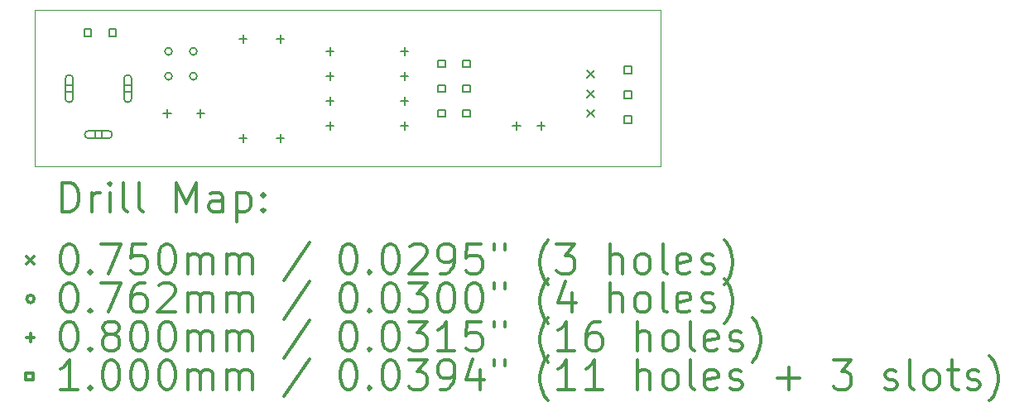
<source format=gbr>
%FSLAX45Y45*%
G04 Gerber Fmt 4.5, Leading zero omitted, Abs format (unit mm)*
G04 Created by KiCad (PCBNEW 5.99.0+really5.1.10+dfsg1-1) date 2022-02-16 19:47:37*
%MOMM*%
%LPD*%
G01*
G04 APERTURE LIST*
%TA.AperFunction,Profile*%
%ADD10C,0.050000*%
%TD*%
%ADD11C,0.200000*%
%ADD12C,0.300000*%
G04 APERTURE END LIST*
D10*
X7900000Y-10600000D02*
X7900000Y-9000000D01*
X14300000Y-10600000D02*
X7900000Y-10600000D01*
X14300000Y-9000000D02*
X14300000Y-10600000D01*
X7900000Y-9000000D02*
X14300000Y-9000000D01*
D11*
X13551500Y-9622500D02*
X13626500Y-9697500D01*
X13626500Y-9622500D02*
X13551500Y-9697500D01*
X13551500Y-9822500D02*
X13626500Y-9897500D01*
X13626500Y-9822500D02*
X13551500Y-9897500D01*
X13551500Y-10022500D02*
X13626500Y-10097500D01*
X13626500Y-10022500D02*
X13551500Y-10097500D01*
X9309100Y-9425000D02*
G75*
G03*
X9309100Y-9425000I-38100J0D01*
G01*
X9309100Y-9679000D02*
G75*
G03*
X9309100Y-9679000I-38100J0D01*
G01*
X9563100Y-9425000D02*
G75*
G03*
X9563100Y-9425000I-38100J0D01*
G01*
X9563100Y-9679000D02*
G75*
G03*
X9563100Y-9679000I-38100J0D01*
G01*
X9259500Y-10020000D02*
X9259500Y-10100000D01*
X9219500Y-10060000D02*
X9299500Y-10060000D01*
X9599500Y-10020000D02*
X9599500Y-10100000D01*
X9559500Y-10060000D02*
X9639500Y-10060000D01*
X10033000Y-9258000D02*
X10033000Y-9338000D01*
X9993000Y-9298000D02*
X10073000Y-9298000D01*
X10033000Y-10274000D02*
X10033000Y-10354000D01*
X9993000Y-10314000D02*
X10073000Y-10314000D01*
X10414000Y-9258000D02*
X10414000Y-9338000D01*
X10374000Y-9298000D02*
X10454000Y-9298000D01*
X10414000Y-10274000D02*
X10414000Y-10354000D01*
X10374000Y-10314000D02*
X10454000Y-10314000D01*
X10922000Y-9385000D02*
X10922000Y-9465000D01*
X10882000Y-9425000D02*
X10962000Y-9425000D01*
X10922000Y-9639000D02*
X10922000Y-9719000D01*
X10882000Y-9679000D02*
X10962000Y-9679000D01*
X10922000Y-9893000D02*
X10922000Y-9973000D01*
X10882000Y-9933000D02*
X10962000Y-9933000D01*
X10922000Y-10147000D02*
X10922000Y-10227000D01*
X10882000Y-10187000D02*
X10962000Y-10187000D01*
X11684000Y-9385000D02*
X11684000Y-9465000D01*
X11644000Y-9425000D02*
X11724000Y-9425000D01*
X11684000Y-9639000D02*
X11684000Y-9719000D01*
X11644000Y-9679000D02*
X11724000Y-9679000D01*
X11684000Y-9893000D02*
X11684000Y-9973000D01*
X11644000Y-9933000D02*
X11724000Y-9933000D01*
X11684000Y-10147000D02*
X11684000Y-10227000D01*
X11644000Y-10187000D02*
X11724000Y-10187000D01*
X12831000Y-10147000D02*
X12831000Y-10227000D01*
X12791000Y-10187000D02*
X12871000Y-10187000D01*
X13081000Y-10147000D02*
X13081000Y-10227000D01*
X13041000Y-10187000D02*
X13121000Y-10187000D01*
X8290356Y-9841356D02*
X8290356Y-9770644D01*
X8219644Y-9770644D01*
X8219644Y-9841356D01*
X8290356Y-9841356D01*
X8215000Y-9706000D02*
X8215000Y-9906000D01*
X8295000Y-9706000D02*
X8295000Y-9906000D01*
X8215000Y-9906000D02*
G75*
G03*
X8295000Y-9906000I40000J0D01*
G01*
X8295000Y-9706000D02*
G75*
G03*
X8215000Y-9706000I-40000J0D01*
G01*
X8480856Y-9269856D02*
X8480856Y-9199144D01*
X8410144Y-9199144D01*
X8410144Y-9269856D01*
X8480856Y-9269856D01*
X8590356Y-10311356D02*
X8590356Y-10240644D01*
X8519644Y-10240644D01*
X8519644Y-10311356D01*
X8590356Y-10311356D01*
X8455000Y-10316000D02*
X8655000Y-10316000D01*
X8455000Y-10236000D02*
X8655000Y-10236000D01*
X8655000Y-10316000D02*
G75*
G03*
X8655000Y-10236000I0J40000D01*
G01*
X8455000Y-10236000D02*
G75*
G03*
X8455000Y-10316000I0J-40000D01*
G01*
X8734856Y-9269856D02*
X8734856Y-9199144D01*
X8664144Y-9199144D01*
X8664144Y-9269856D01*
X8734856Y-9269856D01*
X8890356Y-9841356D02*
X8890356Y-9770644D01*
X8819644Y-9770644D01*
X8819644Y-9841356D01*
X8890356Y-9841356D01*
X8815000Y-9706000D02*
X8815000Y-9906000D01*
X8895000Y-9706000D02*
X8895000Y-9906000D01*
X8815000Y-9906000D02*
G75*
G03*
X8895000Y-9906000I40000J0D01*
G01*
X8895000Y-9706000D02*
G75*
G03*
X8815000Y-9706000I-40000J0D01*
G01*
X12100356Y-9587356D02*
X12100356Y-9516644D01*
X12029644Y-9516644D01*
X12029644Y-9587356D01*
X12100356Y-9587356D01*
X12100356Y-9841356D02*
X12100356Y-9770644D01*
X12029644Y-9770644D01*
X12029644Y-9841356D01*
X12100356Y-9841356D01*
X12100356Y-10095356D02*
X12100356Y-10024644D01*
X12029644Y-10024644D01*
X12029644Y-10095356D01*
X12100356Y-10095356D01*
X12354356Y-9587356D02*
X12354356Y-9516644D01*
X12283644Y-9516644D01*
X12283644Y-9587356D01*
X12354356Y-9587356D01*
X12354356Y-9841356D02*
X12354356Y-9770644D01*
X12283644Y-9770644D01*
X12283644Y-9841356D01*
X12354356Y-9841356D01*
X12354356Y-10095356D02*
X12354356Y-10024644D01*
X12283644Y-10024644D01*
X12283644Y-10095356D01*
X12354356Y-10095356D01*
X14005356Y-9650856D02*
X14005356Y-9580144D01*
X13934644Y-9580144D01*
X13934644Y-9650856D01*
X14005356Y-9650856D01*
X14005356Y-9904856D02*
X14005356Y-9834144D01*
X13934644Y-9834144D01*
X13934644Y-9904856D01*
X14005356Y-9904856D01*
X14005356Y-10158856D02*
X14005356Y-10088144D01*
X13934644Y-10088144D01*
X13934644Y-10158856D01*
X14005356Y-10158856D01*
D12*
X8183928Y-11068214D02*
X8183928Y-10768214D01*
X8255357Y-10768214D01*
X8298214Y-10782500D01*
X8326786Y-10811072D01*
X8341071Y-10839643D01*
X8355357Y-10896786D01*
X8355357Y-10939643D01*
X8341071Y-10996786D01*
X8326786Y-11025357D01*
X8298214Y-11053929D01*
X8255357Y-11068214D01*
X8183928Y-11068214D01*
X8483928Y-11068214D02*
X8483928Y-10868214D01*
X8483928Y-10925357D02*
X8498214Y-10896786D01*
X8512500Y-10882500D01*
X8541071Y-10868214D01*
X8569643Y-10868214D01*
X8669643Y-11068214D02*
X8669643Y-10868214D01*
X8669643Y-10768214D02*
X8655357Y-10782500D01*
X8669643Y-10796786D01*
X8683928Y-10782500D01*
X8669643Y-10768214D01*
X8669643Y-10796786D01*
X8855357Y-11068214D02*
X8826786Y-11053929D01*
X8812500Y-11025357D01*
X8812500Y-10768214D01*
X9012500Y-11068214D02*
X8983928Y-11053929D01*
X8969643Y-11025357D01*
X8969643Y-10768214D01*
X9355357Y-11068214D02*
X9355357Y-10768214D01*
X9455357Y-10982500D01*
X9555357Y-10768214D01*
X9555357Y-11068214D01*
X9826786Y-11068214D02*
X9826786Y-10911072D01*
X9812500Y-10882500D01*
X9783928Y-10868214D01*
X9726786Y-10868214D01*
X9698214Y-10882500D01*
X9826786Y-11053929D02*
X9798214Y-11068214D01*
X9726786Y-11068214D01*
X9698214Y-11053929D01*
X9683928Y-11025357D01*
X9683928Y-10996786D01*
X9698214Y-10968214D01*
X9726786Y-10953929D01*
X9798214Y-10953929D01*
X9826786Y-10939643D01*
X9969643Y-10868214D02*
X9969643Y-11168214D01*
X9969643Y-10882500D02*
X9998214Y-10868214D01*
X10055357Y-10868214D01*
X10083928Y-10882500D01*
X10098214Y-10896786D01*
X10112500Y-10925357D01*
X10112500Y-11011072D01*
X10098214Y-11039643D01*
X10083928Y-11053929D01*
X10055357Y-11068214D01*
X9998214Y-11068214D01*
X9969643Y-11053929D01*
X10241071Y-11039643D02*
X10255357Y-11053929D01*
X10241071Y-11068214D01*
X10226786Y-11053929D01*
X10241071Y-11039643D01*
X10241071Y-11068214D01*
X10241071Y-10882500D02*
X10255357Y-10896786D01*
X10241071Y-10911072D01*
X10226786Y-10896786D01*
X10241071Y-10882500D01*
X10241071Y-10911072D01*
X7822500Y-11525000D02*
X7897500Y-11600000D01*
X7897500Y-11525000D02*
X7822500Y-11600000D01*
X8241071Y-11398214D02*
X8269643Y-11398214D01*
X8298214Y-11412500D01*
X8312500Y-11426786D01*
X8326786Y-11455357D01*
X8341071Y-11512500D01*
X8341071Y-11583929D01*
X8326786Y-11641071D01*
X8312500Y-11669643D01*
X8298214Y-11683929D01*
X8269643Y-11698214D01*
X8241071Y-11698214D01*
X8212500Y-11683929D01*
X8198214Y-11669643D01*
X8183928Y-11641071D01*
X8169643Y-11583929D01*
X8169643Y-11512500D01*
X8183928Y-11455357D01*
X8198214Y-11426786D01*
X8212500Y-11412500D01*
X8241071Y-11398214D01*
X8469643Y-11669643D02*
X8483928Y-11683929D01*
X8469643Y-11698214D01*
X8455357Y-11683929D01*
X8469643Y-11669643D01*
X8469643Y-11698214D01*
X8583928Y-11398214D02*
X8783928Y-11398214D01*
X8655357Y-11698214D01*
X9041071Y-11398214D02*
X8898214Y-11398214D01*
X8883928Y-11541071D01*
X8898214Y-11526786D01*
X8926786Y-11512500D01*
X8998214Y-11512500D01*
X9026786Y-11526786D01*
X9041071Y-11541071D01*
X9055357Y-11569643D01*
X9055357Y-11641071D01*
X9041071Y-11669643D01*
X9026786Y-11683929D01*
X8998214Y-11698214D01*
X8926786Y-11698214D01*
X8898214Y-11683929D01*
X8883928Y-11669643D01*
X9241071Y-11398214D02*
X9269643Y-11398214D01*
X9298214Y-11412500D01*
X9312500Y-11426786D01*
X9326786Y-11455357D01*
X9341071Y-11512500D01*
X9341071Y-11583929D01*
X9326786Y-11641071D01*
X9312500Y-11669643D01*
X9298214Y-11683929D01*
X9269643Y-11698214D01*
X9241071Y-11698214D01*
X9212500Y-11683929D01*
X9198214Y-11669643D01*
X9183928Y-11641071D01*
X9169643Y-11583929D01*
X9169643Y-11512500D01*
X9183928Y-11455357D01*
X9198214Y-11426786D01*
X9212500Y-11412500D01*
X9241071Y-11398214D01*
X9469643Y-11698214D02*
X9469643Y-11498214D01*
X9469643Y-11526786D02*
X9483928Y-11512500D01*
X9512500Y-11498214D01*
X9555357Y-11498214D01*
X9583928Y-11512500D01*
X9598214Y-11541071D01*
X9598214Y-11698214D01*
X9598214Y-11541071D02*
X9612500Y-11512500D01*
X9641071Y-11498214D01*
X9683928Y-11498214D01*
X9712500Y-11512500D01*
X9726786Y-11541071D01*
X9726786Y-11698214D01*
X9869643Y-11698214D02*
X9869643Y-11498214D01*
X9869643Y-11526786D02*
X9883928Y-11512500D01*
X9912500Y-11498214D01*
X9955357Y-11498214D01*
X9983928Y-11512500D01*
X9998214Y-11541071D01*
X9998214Y-11698214D01*
X9998214Y-11541071D02*
X10012500Y-11512500D01*
X10041071Y-11498214D01*
X10083928Y-11498214D01*
X10112500Y-11512500D01*
X10126786Y-11541071D01*
X10126786Y-11698214D01*
X10712500Y-11383929D02*
X10455357Y-11769643D01*
X11098214Y-11398214D02*
X11126786Y-11398214D01*
X11155357Y-11412500D01*
X11169643Y-11426786D01*
X11183928Y-11455357D01*
X11198214Y-11512500D01*
X11198214Y-11583929D01*
X11183928Y-11641071D01*
X11169643Y-11669643D01*
X11155357Y-11683929D01*
X11126786Y-11698214D01*
X11098214Y-11698214D01*
X11069643Y-11683929D01*
X11055357Y-11669643D01*
X11041071Y-11641071D01*
X11026786Y-11583929D01*
X11026786Y-11512500D01*
X11041071Y-11455357D01*
X11055357Y-11426786D01*
X11069643Y-11412500D01*
X11098214Y-11398214D01*
X11326786Y-11669643D02*
X11341071Y-11683929D01*
X11326786Y-11698214D01*
X11312500Y-11683929D01*
X11326786Y-11669643D01*
X11326786Y-11698214D01*
X11526786Y-11398214D02*
X11555357Y-11398214D01*
X11583928Y-11412500D01*
X11598214Y-11426786D01*
X11612500Y-11455357D01*
X11626786Y-11512500D01*
X11626786Y-11583929D01*
X11612500Y-11641071D01*
X11598214Y-11669643D01*
X11583928Y-11683929D01*
X11555357Y-11698214D01*
X11526786Y-11698214D01*
X11498214Y-11683929D01*
X11483928Y-11669643D01*
X11469643Y-11641071D01*
X11455357Y-11583929D01*
X11455357Y-11512500D01*
X11469643Y-11455357D01*
X11483928Y-11426786D01*
X11498214Y-11412500D01*
X11526786Y-11398214D01*
X11741071Y-11426786D02*
X11755357Y-11412500D01*
X11783928Y-11398214D01*
X11855357Y-11398214D01*
X11883928Y-11412500D01*
X11898214Y-11426786D01*
X11912500Y-11455357D01*
X11912500Y-11483929D01*
X11898214Y-11526786D01*
X11726786Y-11698214D01*
X11912500Y-11698214D01*
X12055357Y-11698214D02*
X12112500Y-11698214D01*
X12141071Y-11683929D01*
X12155357Y-11669643D01*
X12183928Y-11626786D01*
X12198214Y-11569643D01*
X12198214Y-11455357D01*
X12183928Y-11426786D01*
X12169643Y-11412500D01*
X12141071Y-11398214D01*
X12083928Y-11398214D01*
X12055357Y-11412500D01*
X12041071Y-11426786D01*
X12026786Y-11455357D01*
X12026786Y-11526786D01*
X12041071Y-11555357D01*
X12055357Y-11569643D01*
X12083928Y-11583929D01*
X12141071Y-11583929D01*
X12169643Y-11569643D01*
X12183928Y-11555357D01*
X12198214Y-11526786D01*
X12469643Y-11398214D02*
X12326786Y-11398214D01*
X12312500Y-11541071D01*
X12326786Y-11526786D01*
X12355357Y-11512500D01*
X12426786Y-11512500D01*
X12455357Y-11526786D01*
X12469643Y-11541071D01*
X12483928Y-11569643D01*
X12483928Y-11641071D01*
X12469643Y-11669643D01*
X12455357Y-11683929D01*
X12426786Y-11698214D01*
X12355357Y-11698214D01*
X12326786Y-11683929D01*
X12312500Y-11669643D01*
X12598214Y-11398214D02*
X12598214Y-11455357D01*
X12712500Y-11398214D02*
X12712500Y-11455357D01*
X13155357Y-11812500D02*
X13141071Y-11798214D01*
X13112500Y-11755357D01*
X13098214Y-11726786D01*
X13083928Y-11683929D01*
X13069643Y-11612500D01*
X13069643Y-11555357D01*
X13083928Y-11483929D01*
X13098214Y-11441071D01*
X13112500Y-11412500D01*
X13141071Y-11369643D01*
X13155357Y-11355357D01*
X13241071Y-11398214D02*
X13426786Y-11398214D01*
X13326786Y-11512500D01*
X13369643Y-11512500D01*
X13398214Y-11526786D01*
X13412500Y-11541071D01*
X13426786Y-11569643D01*
X13426786Y-11641071D01*
X13412500Y-11669643D01*
X13398214Y-11683929D01*
X13369643Y-11698214D01*
X13283928Y-11698214D01*
X13255357Y-11683929D01*
X13241071Y-11669643D01*
X13783928Y-11698214D02*
X13783928Y-11398214D01*
X13912500Y-11698214D02*
X13912500Y-11541071D01*
X13898214Y-11512500D01*
X13869643Y-11498214D01*
X13826786Y-11498214D01*
X13798214Y-11512500D01*
X13783928Y-11526786D01*
X14098214Y-11698214D02*
X14069643Y-11683929D01*
X14055357Y-11669643D01*
X14041071Y-11641071D01*
X14041071Y-11555357D01*
X14055357Y-11526786D01*
X14069643Y-11512500D01*
X14098214Y-11498214D01*
X14141071Y-11498214D01*
X14169643Y-11512500D01*
X14183928Y-11526786D01*
X14198214Y-11555357D01*
X14198214Y-11641071D01*
X14183928Y-11669643D01*
X14169643Y-11683929D01*
X14141071Y-11698214D01*
X14098214Y-11698214D01*
X14369643Y-11698214D02*
X14341071Y-11683929D01*
X14326786Y-11655357D01*
X14326786Y-11398214D01*
X14598214Y-11683929D02*
X14569643Y-11698214D01*
X14512500Y-11698214D01*
X14483928Y-11683929D01*
X14469643Y-11655357D01*
X14469643Y-11541071D01*
X14483928Y-11512500D01*
X14512500Y-11498214D01*
X14569643Y-11498214D01*
X14598214Y-11512500D01*
X14612500Y-11541071D01*
X14612500Y-11569643D01*
X14469643Y-11598214D01*
X14726786Y-11683929D02*
X14755357Y-11698214D01*
X14812500Y-11698214D01*
X14841071Y-11683929D01*
X14855357Y-11655357D01*
X14855357Y-11641071D01*
X14841071Y-11612500D01*
X14812500Y-11598214D01*
X14769643Y-11598214D01*
X14741071Y-11583929D01*
X14726786Y-11555357D01*
X14726786Y-11541071D01*
X14741071Y-11512500D01*
X14769643Y-11498214D01*
X14812500Y-11498214D01*
X14841071Y-11512500D01*
X14955357Y-11812500D02*
X14969643Y-11798214D01*
X14998214Y-11755357D01*
X15012500Y-11726786D01*
X15026786Y-11683929D01*
X15041071Y-11612500D01*
X15041071Y-11555357D01*
X15026786Y-11483929D01*
X15012500Y-11441071D01*
X14998214Y-11412500D01*
X14969643Y-11369643D01*
X14955357Y-11355357D01*
X7897500Y-11958500D02*
G75*
G03*
X7897500Y-11958500I-38100J0D01*
G01*
X8241071Y-11794214D02*
X8269643Y-11794214D01*
X8298214Y-11808500D01*
X8312500Y-11822786D01*
X8326786Y-11851357D01*
X8341071Y-11908500D01*
X8341071Y-11979929D01*
X8326786Y-12037071D01*
X8312500Y-12065643D01*
X8298214Y-12079929D01*
X8269643Y-12094214D01*
X8241071Y-12094214D01*
X8212500Y-12079929D01*
X8198214Y-12065643D01*
X8183928Y-12037071D01*
X8169643Y-11979929D01*
X8169643Y-11908500D01*
X8183928Y-11851357D01*
X8198214Y-11822786D01*
X8212500Y-11808500D01*
X8241071Y-11794214D01*
X8469643Y-12065643D02*
X8483928Y-12079929D01*
X8469643Y-12094214D01*
X8455357Y-12079929D01*
X8469643Y-12065643D01*
X8469643Y-12094214D01*
X8583928Y-11794214D02*
X8783928Y-11794214D01*
X8655357Y-12094214D01*
X9026786Y-11794214D02*
X8969643Y-11794214D01*
X8941071Y-11808500D01*
X8926786Y-11822786D01*
X8898214Y-11865643D01*
X8883928Y-11922786D01*
X8883928Y-12037071D01*
X8898214Y-12065643D01*
X8912500Y-12079929D01*
X8941071Y-12094214D01*
X8998214Y-12094214D01*
X9026786Y-12079929D01*
X9041071Y-12065643D01*
X9055357Y-12037071D01*
X9055357Y-11965643D01*
X9041071Y-11937071D01*
X9026786Y-11922786D01*
X8998214Y-11908500D01*
X8941071Y-11908500D01*
X8912500Y-11922786D01*
X8898214Y-11937071D01*
X8883928Y-11965643D01*
X9169643Y-11822786D02*
X9183928Y-11808500D01*
X9212500Y-11794214D01*
X9283928Y-11794214D01*
X9312500Y-11808500D01*
X9326786Y-11822786D01*
X9341071Y-11851357D01*
X9341071Y-11879929D01*
X9326786Y-11922786D01*
X9155357Y-12094214D01*
X9341071Y-12094214D01*
X9469643Y-12094214D02*
X9469643Y-11894214D01*
X9469643Y-11922786D02*
X9483928Y-11908500D01*
X9512500Y-11894214D01*
X9555357Y-11894214D01*
X9583928Y-11908500D01*
X9598214Y-11937071D01*
X9598214Y-12094214D01*
X9598214Y-11937071D02*
X9612500Y-11908500D01*
X9641071Y-11894214D01*
X9683928Y-11894214D01*
X9712500Y-11908500D01*
X9726786Y-11937071D01*
X9726786Y-12094214D01*
X9869643Y-12094214D02*
X9869643Y-11894214D01*
X9869643Y-11922786D02*
X9883928Y-11908500D01*
X9912500Y-11894214D01*
X9955357Y-11894214D01*
X9983928Y-11908500D01*
X9998214Y-11937071D01*
X9998214Y-12094214D01*
X9998214Y-11937071D02*
X10012500Y-11908500D01*
X10041071Y-11894214D01*
X10083928Y-11894214D01*
X10112500Y-11908500D01*
X10126786Y-11937071D01*
X10126786Y-12094214D01*
X10712500Y-11779929D02*
X10455357Y-12165643D01*
X11098214Y-11794214D02*
X11126786Y-11794214D01*
X11155357Y-11808500D01*
X11169643Y-11822786D01*
X11183928Y-11851357D01*
X11198214Y-11908500D01*
X11198214Y-11979929D01*
X11183928Y-12037071D01*
X11169643Y-12065643D01*
X11155357Y-12079929D01*
X11126786Y-12094214D01*
X11098214Y-12094214D01*
X11069643Y-12079929D01*
X11055357Y-12065643D01*
X11041071Y-12037071D01*
X11026786Y-11979929D01*
X11026786Y-11908500D01*
X11041071Y-11851357D01*
X11055357Y-11822786D01*
X11069643Y-11808500D01*
X11098214Y-11794214D01*
X11326786Y-12065643D02*
X11341071Y-12079929D01*
X11326786Y-12094214D01*
X11312500Y-12079929D01*
X11326786Y-12065643D01*
X11326786Y-12094214D01*
X11526786Y-11794214D02*
X11555357Y-11794214D01*
X11583928Y-11808500D01*
X11598214Y-11822786D01*
X11612500Y-11851357D01*
X11626786Y-11908500D01*
X11626786Y-11979929D01*
X11612500Y-12037071D01*
X11598214Y-12065643D01*
X11583928Y-12079929D01*
X11555357Y-12094214D01*
X11526786Y-12094214D01*
X11498214Y-12079929D01*
X11483928Y-12065643D01*
X11469643Y-12037071D01*
X11455357Y-11979929D01*
X11455357Y-11908500D01*
X11469643Y-11851357D01*
X11483928Y-11822786D01*
X11498214Y-11808500D01*
X11526786Y-11794214D01*
X11726786Y-11794214D02*
X11912500Y-11794214D01*
X11812500Y-11908500D01*
X11855357Y-11908500D01*
X11883928Y-11922786D01*
X11898214Y-11937071D01*
X11912500Y-11965643D01*
X11912500Y-12037071D01*
X11898214Y-12065643D01*
X11883928Y-12079929D01*
X11855357Y-12094214D01*
X11769643Y-12094214D01*
X11741071Y-12079929D01*
X11726786Y-12065643D01*
X12098214Y-11794214D02*
X12126786Y-11794214D01*
X12155357Y-11808500D01*
X12169643Y-11822786D01*
X12183928Y-11851357D01*
X12198214Y-11908500D01*
X12198214Y-11979929D01*
X12183928Y-12037071D01*
X12169643Y-12065643D01*
X12155357Y-12079929D01*
X12126786Y-12094214D01*
X12098214Y-12094214D01*
X12069643Y-12079929D01*
X12055357Y-12065643D01*
X12041071Y-12037071D01*
X12026786Y-11979929D01*
X12026786Y-11908500D01*
X12041071Y-11851357D01*
X12055357Y-11822786D01*
X12069643Y-11808500D01*
X12098214Y-11794214D01*
X12383928Y-11794214D02*
X12412500Y-11794214D01*
X12441071Y-11808500D01*
X12455357Y-11822786D01*
X12469643Y-11851357D01*
X12483928Y-11908500D01*
X12483928Y-11979929D01*
X12469643Y-12037071D01*
X12455357Y-12065643D01*
X12441071Y-12079929D01*
X12412500Y-12094214D01*
X12383928Y-12094214D01*
X12355357Y-12079929D01*
X12341071Y-12065643D01*
X12326786Y-12037071D01*
X12312500Y-11979929D01*
X12312500Y-11908500D01*
X12326786Y-11851357D01*
X12341071Y-11822786D01*
X12355357Y-11808500D01*
X12383928Y-11794214D01*
X12598214Y-11794214D02*
X12598214Y-11851357D01*
X12712500Y-11794214D02*
X12712500Y-11851357D01*
X13155357Y-12208500D02*
X13141071Y-12194214D01*
X13112500Y-12151357D01*
X13098214Y-12122786D01*
X13083928Y-12079929D01*
X13069643Y-12008500D01*
X13069643Y-11951357D01*
X13083928Y-11879929D01*
X13098214Y-11837071D01*
X13112500Y-11808500D01*
X13141071Y-11765643D01*
X13155357Y-11751357D01*
X13398214Y-11894214D02*
X13398214Y-12094214D01*
X13326786Y-11779929D02*
X13255357Y-11994214D01*
X13441071Y-11994214D01*
X13783928Y-12094214D02*
X13783928Y-11794214D01*
X13912500Y-12094214D02*
X13912500Y-11937071D01*
X13898214Y-11908500D01*
X13869643Y-11894214D01*
X13826786Y-11894214D01*
X13798214Y-11908500D01*
X13783928Y-11922786D01*
X14098214Y-12094214D02*
X14069643Y-12079929D01*
X14055357Y-12065643D01*
X14041071Y-12037071D01*
X14041071Y-11951357D01*
X14055357Y-11922786D01*
X14069643Y-11908500D01*
X14098214Y-11894214D01*
X14141071Y-11894214D01*
X14169643Y-11908500D01*
X14183928Y-11922786D01*
X14198214Y-11951357D01*
X14198214Y-12037071D01*
X14183928Y-12065643D01*
X14169643Y-12079929D01*
X14141071Y-12094214D01*
X14098214Y-12094214D01*
X14369643Y-12094214D02*
X14341071Y-12079929D01*
X14326786Y-12051357D01*
X14326786Y-11794214D01*
X14598214Y-12079929D02*
X14569643Y-12094214D01*
X14512500Y-12094214D01*
X14483928Y-12079929D01*
X14469643Y-12051357D01*
X14469643Y-11937071D01*
X14483928Y-11908500D01*
X14512500Y-11894214D01*
X14569643Y-11894214D01*
X14598214Y-11908500D01*
X14612500Y-11937071D01*
X14612500Y-11965643D01*
X14469643Y-11994214D01*
X14726786Y-12079929D02*
X14755357Y-12094214D01*
X14812500Y-12094214D01*
X14841071Y-12079929D01*
X14855357Y-12051357D01*
X14855357Y-12037071D01*
X14841071Y-12008500D01*
X14812500Y-11994214D01*
X14769643Y-11994214D01*
X14741071Y-11979929D01*
X14726786Y-11951357D01*
X14726786Y-11937071D01*
X14741071Y-11908500D01*
X14769643Y-11894214D01*
X14812500Y-11894214D01*
X14841071Y-11908500D01*
X14955357Y-12208500D02*
X14969643Y-12194214D01*
X14998214Y-12151357D01*
X15012500Y-12122786D01*
X15026786Y-12079929D01*
X15041071Y-12008500D01*
X15041071Y-11951357D01*
X15026786Y-11879929D01*
X15012500Y-11837071D01*
X14998214Y-11808500D01*
X14969643Y-11765643D01*
X14955357Y-11751357D01*
X7857500Y-12314500D02*
X7857500Y-12394500D01*
X7817500Y-12354500D02*
X7897500Y-12354500D01*
X8241071Y-12190214D02*
X8269643Y-12190214D01*
X8298214Y-12204500D01*
X8312500Y-12218786D01*
X8326786Y-12247357D01*
X8341071Y-12304500D01*
X8341071Y-12375929D01*
X8326786Y-12433071D01*
X8312500Y-12461643D01*
X8298214Y-12475929D01*
X8269643Y-12490214D01*
X8241071Y-12490214D01*
X8212500Y-12475929D01*
X8198214Y-12461643D01*
X8183928Y-12433071D01*
X8169643Y-12375929D01*
X8169643Y-12304500D01*
X8183928Y-12247357D01*
X8198214Y-12218786D01*
X8212500Y-12204500D01*
X8241071Y-12190214D01*
X8469643Y-12461643D02*
X8483928Y-12475929D01*
X8469643Y-12490214D01*
X8455357Y-12475929D01*
X8469643Y-12461643D01*
X8469643Y-12490214D01*
X8655357Y-12318786D02*
X8626786Y-12304500D01*
X8612500Y-12290214D01*
X8598214Y-12261643D01*
X8598214Y-12247357D01*
X8612500Y-12218786D01*
X8626786Y-12204500D01*
X8655357Y-12190214D01*
X8712500Y-12190214D01*
X8741071Y-12204500D01*
X8755357Y-12218786D01*
X8769643Y-12247357D01*
X8769643Y-12261643D01*
X8755357Y-12290214D01*
X8741071Y-12304500D01*
X8712500Y-12318786D01*
X8655357Y-12318786D01*
X8626786Y-12333071D01*
X8612500Y-12347357D01*
X8598214Y-12375929D01*
X8598214Y-12433071D01*
X8612500Y-12461643D01*
X8626786Y-12475929D01*
X8655357Y-12490214D01*
X8712500Y-12490214D01*
X8741071Y-12475929D01*
X8755357Y-12461643D01*
X8769643Y-12433071D01*
X8769643Y-12375929D01*
X8755357Y-12347357D01*
X8741071Y-12333071D01*
X8712500Y-12318786D01*
X8955357Y-12190214D02*
X8983928Y-12190214D01*
X9012500Y-12204500D01*
X9026786Y-12218786D01*
X9041071Y-12247357D01*
X9055357Y-12304500D01*
X9055357Y-12375929D01*
X9041071Y-12433071D01*
X9026786Y-12461643D01*
X9012500Y-12475929D01*
X8983928Y-12490214D01*
X8955357Y-12490214D01*
X8926786Y-12475929D01*
X8912500Y-12461643D01*
X8898214Y-12433071D01*
X8883928Y-12375929D01*
X8883928Y-12304500D01*
X8898214Y-12247357D01*
X8912500Y-12218786D01*
X8926786Y-12204500D01*
X8955357Y-12190214D01*
X9241071Y-12190214D02*
X9269643Y-12190214D01*
X9298214Y-12204500D01*
X9312500Y-12218786D01*
X9326786Y-12247357D01*
X9341071Y-12304500D01*
X9341071Y-12375929D01*
X9326786Y-12433071D01*
X9312500Y-12461643D01*
X9298214Y-12475929D01*
X9269643Y-12490214D01*
X9241071Y-12490214D01*
X9212500Y-12475929D01*
X9198214Y-12461643D01*
X9183928Y-12433071D01*
X9169643Y-12375929D01*
X9169643Y-12304500D01*
X9183928Y-12247357D01*
X9198214Y-12218786D01*
X9212500Y-12204500D01*
X9241071Y-12190214D01*
X9469643Y-12490214D02*
X9469643Y-12290214D01*
X9469643Y-12318786D02*
X9483928Y-12304500D01*
X9512500Y-12290214D01*
X9555357Y-12290214D01*
X9583928Y-12304500D01*
X9598214Y-12333071D01*
X9598214Y-12490214D01*
X9598214Y-12333071D02*
X9612500Y-12304500D01*
X9641071Y-12290214D01*
X9683928Y-12290214D01*
X9712500Y-12304500D01*
X9726786Y-12333071D01*
X9726786Y-12490214D01*
X9869643Y-12490214D02*
X9869643Y-12290214D01*
X9869643Y-12318786D02*
X9883928Y-12304500D01*
X9912500Y-12290214D01*
X9955357Y-12290214D01*
X9983928Y-12304500D01*
X9998214Y-12333071D01*
X9998214Y-12490214D01*
X9998214Y-12333071D02*
X10012500Y-12304500D01*
X10041071Y-12290214D01*
X10083928Y-12290214D01*
X10112500Y-12304500D01*
X10126786Y-12333071D01*
X10126786Y-12490214D01*
X10712500Y-12175929D02*
X10455357Y-12561643D01*
X11098214Y-12190214D02*
X11126786Y-12190214D01*
X11155357Y-12204500D01*
X11169643Y-12218786D01*
X11183928Y-12247357D01*
X11198214Y-12304500D01*
X11198214Y-12375929D01*
X11183928Y-12433071D01*
X11169643Y-12461643D01*
X11155357Y-12475929D01*
X11126786Y-12490214D01*
X11098214Y-12490214D01*
X11069643Y-12475929D01*
X11055357Y-12461643D01*
X11041071Y-12433071D01*
X11026786Y-12375929D01*
X11026786Y-12304500D01*
X11041071Y-12247357D01*
X11055357Y-12218786D01*
X11069643Y-12204500D01*
X11098214Y-12190214D01*
X11326786Y-12461643D02*
X11341071Y-12475929D01*
X11326786Y-12490214D01*
X11312500Y-12475929D01*
X11326786Y-12461643D01*
X11326786Y-12490214D01*
X11526786Y-12190214D02*
X11555357Y-12190214D01*
X11583928Y-12204500D01*
X11598214Y-12218786D01*
X11612500Y-12247357D01*
X11626786Y-12304500D01*
X11626786Y-12375929D01*
X11612500Y-12433071D01*
X11598214Y-12461643D01*
X11583928Y-12475929D01*
X11555357Y-12490214D01*
X11526786Y-12490214D01*
X11498214Y-12475929D01*
X11483928Y-12461643D01*
X11469643Y-12433071D01*
X11455357Y-12375929D01*
X11455357Y-12304500D01*
X11469643Y-12247357D01*
X11483928Y-12218786D01*
X11498214Y-12204500D01*
X11526786Y-12190214D01*
X11726786Y-12190214D02*
X11912500Y-12190214D01*
X11812500Y-12304500D01*
X11855357Y-12304500D01*
X11883928Y-12318786D01*
X11898214Y-12333071D01*
X11912500Y-12361643D01*
X11912500Y-12433071D01*
X11898214Y-12461643D01*
X11883928Y-12475929D01*
X11855357Y-12490214D01*
X11769643Y-12490214D01*
X11741071Y-12475929D01*
X11726786Y-12461643D01*
X12198214Y-12490214D02*
X12026786Y-12490214D01*
X12112500Y-12490214D02*
X12112500Y-12190214D01*
X12083928Y-12233071D01*
X12055357Y-12261643D01*
X12026786Y-12275929D01*
X12469643Y-12190214D02*
X12326786Y-12190214D01*
X12312500Y-12333071D01*
X12326786Y-12318786D01*
X12355357Y-12304500D01*
X12426786Y-12304500D01*
X12455357Y-12318786D01*
X12469643Y-12333071D01*
X12483928Y-12361643D01*
X12483928Y-12433071D01*
X12469643Y-12461643D01*
X12455357Y-12475929D01*
X12426786Y-12490214D01*
X12355357Y-12490214D01*
X12326786Y-12475929D01*
X12312500Y-12461643D01*
X12598214Y-12190214D02*
X12598214Y-12247357D01*
X12712500Y-12190214D02*
X12712500Y-12247357D01*
X13155357Y-12604500D02*
X13141071Y-12590214D01*
X13112500Y-12547357D01*
X13098214Y-12518786D01*
X13083928Y-12475929D01*
X13069643Y-12404500D01*
X13069643Y-12347357D01*
X13083928Y-12275929D01*
X13098214Y-12233071D01*
X13112500Y-12204500D01*
X13141071Y-12161643D01*
X13155357Y-12147357D01*
X13426786Y-12490214D02*
X13255357Y-12490214D01*
X13341071Y-12490214D02*
X13341071Y-12190214D01*
X13312500Y-12233071D01*
X13283928Y-12261643D01*
X13255357Y-12275929D01*
X13683928Y-12190214D02*
X13626786Y-12190214D01*
X13598214Y-12204500D01*
X13583928Y-12218786D01*
X13555357Y-12261643D01*
X13541071Y-12318786D01*
X13541071Y-12433071D01*
X13555357Y-12461643D01*
X13569643Y-12475929D01*
X13598214Y-12490214D01*
X13655357Y-12490214D01*
X13683928Y-12475929D01*
X13698214Y-12461643D01*
X13712500Y-12433071D01*
X13712500Y-12361643D01*
X13698214Y-12333071D01*
X13683928Y-12318786D01*
X13655357Y-12304500D01*
X13598214Y-12304500D01*
X13569643Y-12318786D01*
X13555357Y-12333071D01*
X13541071Y-12361643D01*
X14069643Y-12490214D02*
X14069643Y-12190214D01*
X14198214Y-12490214D02*
X14198214Y-12333071D01*
X14183928Y-12304500D01*
X14155357Y-12290214D01*
X14112500Y-12290214D01*
X14083928Y-12304500D01*
X14069643Y-12318786D01*
X14383928Y-12490214D02*
X14355357Y-12475929D01*
X14341071Y-12461643D01*
X14326786Y-12433071D01*
X14326786Y-12347357D01*
X14341071Y-12318786D01*
X14355357Y-12304500D01*
X14383928Y-12290214D01*
X14426786Y-12290214D01*
X14455357Y-12304500D01*
X14469643Y-12318786D01*
X14483928Y-12347357D01*
X14483928Y-12433071D01*
X14469643Y-12461643D01*
X14455357Y-12475929D01*
X14426786Y-12490214D01*
X14383928Y-12490214D01*
X14655357Y-12490214D02*
X14626786Y-12475929D01*
X14612500Y-12447357D01*
X14612500Y-12190214D01*
X14883928Y-12475929D02*
X14855357Y-12490214D01*
X14798214Y-12490214D01*
X14769643Y-12475929D01*
X14755357Y-12447357D01*
X14755357Y-12333071D01*
X14769643Y-12304500D01*
X14798214Y-12290214D01*
X14855357Y-12290214D01*
X14883928Y-12304500D01*
X14898214Y-12333071D01*
X14898214Y-12361643D01*
X14755357Y-12390214D01*
X15012500Y-12475929D02*
X15041071Y-12490214D01*
X15098214Y-12490214D01*
X15126786Y-12475929D01*
X15141071Y-12447357D01*
X15141071Y-12433071D01*
X15126786Y-12404500D01*
X15098214Y-12390214D01*
X15055357Y-12390214D01*
X15026786Y-12375929D01*
X15012500Y-12347357D01*
X15012500Y-12333071D01*
X15026786Y-12304500D01*
X15055357Y-12290214D01*
X15098214Y-12290214D01*
X15126786Y-12304500D01*
X15241071Y-12604500D02*
X15255357Y-12590214D01*
X15283928Y-12547357D01*
X15298214Y-12518786D01*
X15312500Y-12475929D01*
X15326786Y-12404500D01*
X15326786Y-12347357D01*
X15312500Y-12275929D01*
X15298214Y-12233071D01*
X15283928Y-12204500D01*
X15255357Y-12161643D01*
X15241071Y-12147357D01*
X7882856Y-12785856D02*
X7882856Y-12715144D01*
X7812144Y-12715144D01*
X7812144Y-12785856D01*
X7882856Y-12785856D01*
X8341071Y-12886214D02*
X8169643Y-12886214D01*
X8255357Y-12886214D02*
X8255357Y-12586214D01*
X8226786Y-12629071D01*
X8198214Y-12657643D01*
X8169643Y-12671929D01*
X8469643Y-12857643D02*
X8483928Y-12871929D01*
X8469643Y-12886214D01*
X8455357Y-12871929D01*
X8469643Y-12857643D01*
X8469643Y-12886214D01*
X8669643Y-12586214D02*
X8698214Y-12586214D01*
X8726786Y-12600500D01*
X8741071Y-12614786D01*
X8755357Y-12643357D01*
X8769643Y-12700500D01*
X8769643Y-12771929D01*
X8755357Y-12829071D01*
X8741071Y-12857643D01*
X8726786Y-12871929D01*
X8698214Y-12886214D01*
X8669643Y-12886214D01*
X8641071Y-12871929D01*
X8626786Y-12857643D01*
X8612500Y-12829071D01*
X8598214Y-12771929D01*
X8598214Y-12700500D01*
X8612500Y-12643357D01*
X8626786Y-12614786D01*
X8641071Y-12600500D01*
X8669643Y-12586214D01*
X8955357Y-12586214D02*
X8983928Y-12586214D01*
X9012500Y-12600500D01*
X9026786Y-12614786D01*
X9041071Y-12643357D01*
X9055357Y-12700500D01*
X9055357Y-12771929D01*
X9041071Y-12829071D01*
X9026786Y-12857643D01*
X9012500Y-12871929D01*
X8983928Y-12886214D01*
X8955357Y-12886214D01*
X8926786Y-12871929D01*
X8912500Y-12857643D01*
X8898214Y-12829071D01*
X8883928Y-12771929D01*
X8883928Y-12700500D01*
X8898214Y-12643357D01*
X8912500Y-12614786D01*
X8926786Y-12600500D01*
X8955357Y-12586214D01*
X9241071Y-12586214D02*
X9269643Y-12586214D01*
X9298214Y-12600500D01*
X9312500Y-12614786D01*
X9326786Y-12643357D01*
X9341071Y-12700500D01*
X9341071Y-12771929D01*
X9326786Y-12829071D01*
X9312500Y-12857643D01*
X9298214Y-12871929D01*
X9269643Y-12886214D01*
X9241071Y-12886214D01*
X9212500Y-12871929D01*
X9198214Y-12857643D01*
X9183928Y-12829071D01*
X9169643Y-12771929D01*
X9169643Y-12700500D01*
X9183928Y-12643357D01*
X9198214Y-12614786D01*
X9212500Y-12600500D01*
X9241071Y-12586214D01*
X9469643Y-12886214D02*
X9469643Y-12686214D01*
X9469643Y-12714786D02*
X9483928Y-12700500D01*
X9512500Y-12686214D01*
X9555357Y-12686214D01*
X9583928Y-12700500D01*
X9598214Y-12729071D01*
X9598214Y-12886214D01*
X9598214Y-12729071D02*
X9612500Y-12700500D01*
X9641071Y-12686214D01*
X9683928Y-12686214D01*
X9712500Y-12700500D01*
X9726786Y-12729071D01*
X9726786Y-12886214D01*
X9869643Y-12886214D02*
X9869643Y-12686214D01*
X9869643Y-12714786D02*
X9883928Y-12700500D01*
X9912500Y-12686214D01*
X9955357Y-12686214D01*
X9983928Y-12700500D01*
X9998214Y-12729071D01*
X9998214Y-12886214D01*
X9998214Y-12729071D02*
X10012500Y-12700500D01*
X10041071Y-12686214D01*
X10083928Y-12686214D01*
X10112500Y-12700500D01*
X10126786Y-12729071D01*
X10126786Y-12886214D01*
X10712500Y-12571929D02*
X10455357Y-12957643D01*
X11098214Y-12586214D02*
X11126786Y-12586214D01*
X11155357Y-12600500D01*
X11169643Y-12614786D01*
X11183928Y-12643357D01*
X11198214Y-12700500D01*
X11198214Y-12771929D01*
X11183928Y-12829071D01*
X11169643Y-12857643D01*
X11155357Y-12871929D01*
X11126786Y-12886214D01*
X11098214Y-12886214D01*
X11069643Y-12871929D01*
X11055357Y-12857643D01*
X11041071Y-12829071D01*
X11026786Y-12771929D01*
X11026786Y-12700500D01*
X11041071Y-12643357D01*
X11055357Y-12614786D01*
X11069643Y-12600500D01*
X11098214Y-12586214D01*
X11326786Y-12857643D02*
X11341071Y-12871929D01*
X11326786Y-12886214D01*
X11312500Y-12871929D01*
X11326786Y-12857643D01*
X11326786Y-12886214D01*
X11526786Y-12586214D02*
X11555357Y-12586214D01*
X11583928Y-12600500D01*
X11598214Y-12614786D01*
X11612500Y-12643357D01*
X11626786Y-12700500D01*
X11626786Y-12771929D01*
X11612500Y-12829071D01*
X11598214Y-12857643D01*
X11583928Y-12871929D01*
X11555357Y-12886214D01*
X11526786Y-12886214D01*
X11498214Y-12871929D01*
X11483928Y-12857643D01*
X11469643Y-12829071D01*
X11455357Y-12771929D01*
X11455357Y-12700500D01*
X11469643Y-12643357D01*
X11483928Y-12614786D01*
X11498214Y-12600500D01*
X11526786Y-12586214D01*
X11726786Y-12586214D02*
X11912500Y-12586214D01*
X11812500Y-12700500D01*
X11855357Y-12700500D01*
X11883928Y-12714786D01*
X11898214Y-12729071D01*
X11912500Y-12757643D01*
X11912500Y-12829071D01*
X11898214Y-12857643D01*
X11883928Y-12871929D01*
X11855357Y-12886214D01*
X11769643Y-12886214D01*
X11741071Y-12871929D01*
X11726786Y-12857643D01*
X12055357Y-12886214D02*
X12112500Y-12886214D01*
X12141071Y-12871929D01*
X12155357Y-12857643D01*
X12183928Y-12814786D01*
X12198214Y-12757643D01*
X12198214Y-12643357D01*
X12183928Y-12614786D01*
X12169643Y-12600500D01*
X12141071Y-12586214D01*
X12083928Y-12586214D01*
X12055357Y-12600500D01*
X12041071Y-12614786D01*
X12026786Y-12643357D01*
X12026786Y-12714786D01*
X12041071Y-12743357D01*
X12055357Y-12757643D01*
X12083928Y-12771929D01*
X12141071Y-12771929D01*
X12169643Y-12757643D01*
X12183928Y-12743357D01*
X12198214Y-12714786D01*
X12455357Y-12686214D02*
X12455357Y-12886214D01*
X12383928Y-12571929D02*
X12312500Y-12786214D01*
X12498214Y-12786214D01*
X12598214Y-12586214D02*
X12598214Y-12643357D01*
X12712500Y-12586214D02*
X12712500Y-12643357D01*
X13155357Y-13000500D02*
X13141071Y-12986214D01*
X13112500Y-12943357D01*
X13098214Y-12914786D01*
X13083928Y-12871929D01*
X13069643Y-12800500D01*
X13069643Y-12743357D01*
X13083928Y-12671929D01*
X13098214Y-12629071D01*
X13112500Y-12600500D01*
X13141071Y-12557643D01*
X13155357Y-12543357D01*
X13426786Y-12886214D02*
X13255357Y-12886214D01*
X13341071Y-12886214D02*
X13341071Y-12586214D01*
X13312500Y-12629071D01*
X13283928Y-12657643D01*
X13255357Y-12671929D01*
X13712500Y-12886214D02*
X13541071Y-12886214D01*
X13626786Y-12886214D02*
X13626786Y-12586214D01*
X13598214Y-12629071D01*
X13569643Y-12657643D01*
X13541071Y-12671929D01*
X14069643Y-12886214D02*
X14069643Y-12586214D01*
X14198214Y-12886214D02*
X14198214Y-12729071D01*
X14183928Y-12700500D01*
X14155357Y-12686214D01*
X14112500Y-12686214D01*
X14083928Y-12700500D01*
X14069643Y-12714786D01*
X14383928Y-12886214D02*
X14355357Y-12871929D01*
X14341071Y-12857643D01*
X14326786Y-12829071D01*
X14326786Y-12743357D01*
X14341071Y-12714786D01*
X14355357Y-12700500D01*
X14383928Y-12686214D01*
X14426786Y-12686214D01*
X14455357Y-12700500D01*
X14469643Y-12714786D01*
X14483928Y-12743357D01*
X14483928Y-12829071D01*
X14469643Y-12857643D01*
X14455357Y-12871929D01*
X14426786Y-12886214D01*
X14383928Y-12886214D01*
X14655357Y-12886214D02*
X14626786Y-12871929D01*
X14612500Y-12843357D01*
X14612500Y-12586214D01*
X14883928Y-12871929D02*
X14855357Y-12886214D01*
X14798214Y-12886214D01*
X14769643Y-12871929D01*
X14755357Y-12843357D01*
X14755357Y-12729071D01*
X14769643Y-12700500D01*
X14798214Y-12686214D01*
X14855357Y-12686214D01*
X14883928Y-12700500D01*
X14898214Y-12729071D01*
X14898214Y-12757643D01*
X14755357Y-12786214D01*
X15012500Y-12871929D02*
X15041071Y-12886214D01*
X15098214Y-12886214D01*
X15126786Y-12871929D01*
X15141071Y-12843357D01*
X15141071Y-12829071D01*
X15126786Y-12800500D01*
X15098214Y-12786214D01*
X15055357Y-12786214D01*
X15026786Y-12771929D01*
X15012500Y-12743357D01*
X15012500Y-12729071D01*
X15026786Y-12700500D01*
X15055357Y-12686214D01*
X15098214Y-12686214D01*
X15126786Y-12700500D01*
X15498214Y-12771929D02*
X15726786Y-12771929D01*
X15612500Y-12886214D02*
X15612500Y-12657643D01*
X16069643Y-12586214D02*
X16255357Y-12586214D01*
X16155357Y-12700500D01*
X16198214Y-12700500D01*
X16226786Y-12714786D01*
X16241071Y-12729071D01*
X16255357Y-12757643D01*
X16255357Y-12829071D01*
X16241071Y-12857643D01*
X16226786Y-12871929D01*
X16198214Y-12886214D01*
X16112500Y-12886214D01*
X16083928Y-12871929D01*
X16069643Y-12857643D01*
X16598214Y-12871929D02*
X16626786Y-12886214D01*
X16683928Y-12886214D01*
X16712500Y-12871929D01*
X16726786Y-12843357D01*
X16726786Y-12829071D01*
X16712500Y-12800500D01*
X16683928Y-12786214D01*
X16641071Y-12786214D01*
X16612500Y-12771929D01*
X16598214Y-12743357D01*
X16598214Y-12729071D01*
X16612500Y-12700500D01*
X16641071Y-12686214D01*
X16683928Y-12686214D01*
X16712500Y-12700500D01*
X16898214Y-12886214D02*
X16869643Y-12871929D01*
X16855357Y-12843357D01*
X16855357Y-12586214D01*
X17055357Y-12886214D02*
X17026786Y-12871929D01*
X17012500Y-12857643D01*
X16998214Y-12829071D01*
X16998214Y-12743357D01*
X17012500Y-12714786D01*
X17026786Y-12700500D01*
X17055357Y-12686214D01*
X17098214Y-12686214D01*
X17126786Y-12700500D01*
X17141071Y-12714786D01*
X17155357Y-12743357D01*
X17155357Y-12829071D01*
X17141071Y-12857643D01*
X17126786Y-12871929D01*
X17098214Y-12886214D01*
X17055357Y-12886214D01*
X17241071Y-12686214D02*
X17355357Y-12686214D01*
X17283928Y-12586214D02*
X17283928Y-12843357D01*
X17298214Y-12871929D01*
X17326786Y-12886214D01*
X17355357Y-12886214D01*
X17441071Y-12871929D02*
X17469643Y-12886214D01*
X17526786Y-12886214D01*
X17555357Y-12871929D01*
X17569643Y-12843357D01*
X17569643Y-12829071D01*
X17555357Y-12800500D01*
X17526786Y-12786214D01*
X17483928Y-12786214D01*
X17455357Y-12771929D01*
X17441071Y-12743357D01*
X17441071Y-12729071D01*
X17455357Y-12700500D01*
X17483928Y-12686214D01*
X17526786Y-12686214D01*
X17555357Y-12700500D01*
X17669643Y-13000500D02*
X17683928Y-12986214D01*
X17712500Y-12943357D01*
X17726786Y-12914786D01*
X17741071Y-12871929D01*
X17755357Y-12800500D01*
X17755357Y-12743357D01*
X17741071Y-12671929D01*
X17726786Y-12629071D01*
X17712500Y-12600500D01*
X17683928Y-12557643D01*
X17669643Y-12543357D01*
M02*

</source>
